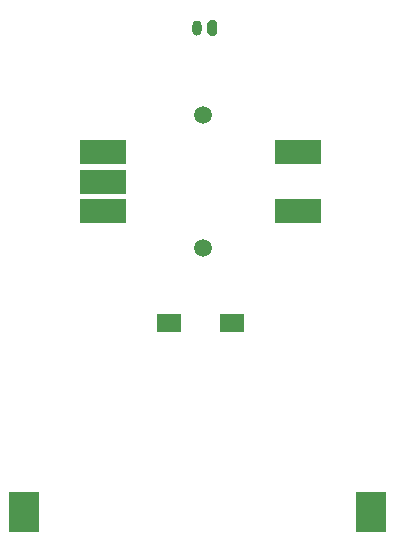
<source format=gbr>
%TF.GenerationSoftware,KiCad,Pcbnew,(5.1.10)-1*%
%TF.CreationDate,2022-04-29T17:40:20-06:00*%
%TF.ProjectId,CTRL,4354524c-2e6b-4696-9361-645f70636258,rev?*%
%TF.SameCoordinates,Original*%
%TF.FileFunction,Soldermask,Top*%
%TF.FilePolarity,Negative*%
%FSLAX46Y46*%
G04 Gerber Fmt 4.6, Leading zero omitted, Abs format (unit mm)*
G04 Created by KiCad (PCBNEW (5.1.10)-1) date 2022-04-29 17:40:20*
%MOMM*%
%LPD*%
G01*
G04 APERTURE LIST*
%ADD10R,2.000000X1.600000*%
%ADD11C,1.500000*%
%ADD12R,4.000000X2.000000*%
%ADD13O,0.800000X1.300000*%
%ADD14R,2.540000X3.510000*%
G04 APERTURE END LIST*
D10*
%TO.C,SW1*%
X120700000Y-78000000D03*
X115300000Y-78000000D03*
%TD*%
D11*
%TO.C,RV1*%
X118250000Y-71650000D03*
X118250000Y-60350000D03*
D12*
X126250000Y-68500000D03*
X126250000Y-63500000D03*
X109750000Y-68500000D03*
X109750000Y-66000000D03*
X109750000Y-63500000D03*
%TD*%
D13*
%TO.C,J2*%
X117750000Y-53000000D03*
G36*
G01*
X119400000Y-52550000D02*
X119400000Y-53450000D01*
G75*
G02*
X119200000Y-53650000I-200000J0D01*
G01*
X118800000Y-53650000D01*
G75*
G02*
X118600000Y-53450000I0J200000D01*
G01*
X118600000Y-52550000D01*
G75*
G02*
X118800000Y-52350000I200000J0D01*
G01*
X119200000Y-52350000D01*
G75*
G02*
X119400000Y-52550000I0J-200000D01*
G01*
G37*
%TD*%
D14*
%TO.C,BT1*%
X103100000Y-94000000D03*
X132460000Y-94000000D03*
%TD*%
M02*

</source>
